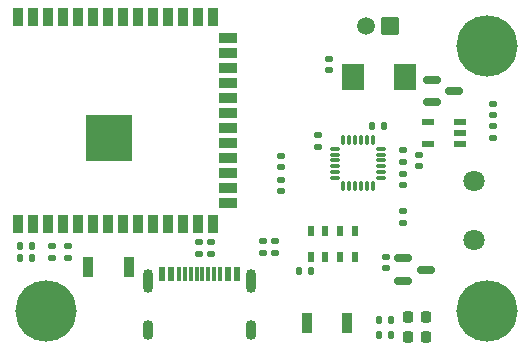
<source format=gbr>
%TF.GenerationSoftware,KiCad,Pcbnew,9.0.5*%
%TF.CreationDate,2025-11-13T14:50:54-05:00*%
%TF.ProjectId,F25,4632352e-6b69-4636-9164-5f7063625858,v1.0.1*%
%TF.SameCoordinates,Original*%
%TF.FileFunction,Soldermask,Top*%
%TF.FilePolarity,Negative*%
%FSLAX46Y46*%
G04 Gerber Fmt 4.6, Leading zero omitted, Abs format (unit mm)*
G04 Created by KiCad (PCBNEW 9.0.5) date 2025-11-13 14:50:54*
%MOMM*%
%LPD*%
G01*
G04 APERTURE LIST*
G04 Aperture macros list*
%AMRoundRect*
0 Rectangle with rounded corners*
0 $1 Rounding radius*
0 $2 $3 $4 $5 $6 $7 $8 $9 X,Y pos of 4 corners*
0 Add a 4 corners polygon primitive as box body*
4,1,4,$2,$3,$4,$5,$6,$7,$8,$9,$2,$3,0*
0 Add four circle primitives for the rounded corners*
1,1,$1+$1,$2,$3*
1,1,$1+$1,$4,$5*
1,1,$1+$1,$6,$7*
1,1,$1+$1,$8,$9*
0 Add four rect primitives between the rounded corners*
20,1,$1+$1,$2,$3,$4,$5,0*
20,1,$1+$1,$4,$5,$6,$7,0*
20,1,$1+$1,$6,$7,$8,$9,0*
20,1,$1+$1,$8,$9,$2,$3,0*%
G04 Aperture macros list end*
%ADD10RoundRect,0.140000X-0.170000X0.140000X-0.170000X-0.140000X0.170000X-0.140000X0.170000X0.140000X0*%
%ADD11RoundRect,0.140000X0.170000X-0.140000X0.170000X0.140000X-0.170000X0.140000X-0.170000X-0.140000X0*%
%ADD12RoundRect,0.140000X0.140000X0.170000X-0.140000X0.170000X-0.140000X-0.170000X0.140000X-0.170000X0*%
%ADD13RoundRect,0.150000X-0.587500X-0.150000X0.587500X-0.150000X0.587500X0.150000X-0.587500X0.150000X0*%
%ADD14RoundRect,0.075000X0.075000X-0.350000X0.075000X0.350000X-0.075000X0.350000X-0.075000X-0.350000X0*%
%ADD15RoundRect,0.075000X0.350000X0.075000X-0.350000X0.075000X-0.350000X-0.075000X0.350000X-0.075000X0*%
%ADD16C,0.600000*%
%ADD17C,5.200000*%
%ADD18R,0.900000X1.500000*%
%ADD19R,1.500000X0.900000*%
%ADD20R,3.900000X3.900000*%
%ADD21RoundRect,0.102000X-0.654000X-0.654000X0.654000X-0.654000X0.654000X0.654000X-0.654000X0.654000X0*%
%ADD22C,1.512000*%
%ADD23RoundRect,0.135000X-0.185000X0.135000X-0.185000X-0.135000X0.185000X-0.135000X0.185000X0.135000X0*%
%ADD24R,0.600000X1.160000*%
%ADD25R,0.300000X1.160000*%
%ADD26O,0.900000X2.000000*%
%ADD27O,0.900000X1.700000*%
%ADD28RoundRect,0.140000X-0.140000X-0.170000X0.140000X-0.170000X0.140000X0.170000X-0.140000X0.170000X0*%
%ADD29RoundRect,0.218750X0.218750X0.256250X-0.218750X0.256250X-0.218750X-0.256250X0.218750X-0.256250X0*%
%ADD30R,1.955800X2.260600*%
%ADD31C,1.800000*%
%ADD32R,0.550000X0.950000*%
%ADD33R,0.900000X1.700000*%
%ADD34R,1.003300X0.508000*%
%ADD35RoundRect,0.135000X0.185000X-0.135000X0.185000X0.135000X-0.185000X0.135000X-0.185000X-0.135000X0*%
G04 APERTURE END LIST*
D10*
%TO.C,R3*%
X159402235Y-98386769D03*
X159402235Y-99346769D03*
%TD*%
D11*
%TO.C,R2*%
X159400000Y-101360000D03*
X159400000Y-100400000D03*
%TD*%
D12*
%TO.C,C9*%
X161900000Y-108150000D03*
X160940000Y-108150000D03*
%TD*%
D13*
%TO.C,Q2*%
X172192500Y-91940000D03*
X172192500Y-93840000D03*
X174067500Y-92890000D03*
%TD*%
D11*
%TO.C,R5*%
X177370000Y-94900000D03*
X177370000Y-93940000D03*
%TD*%
D14*
%TO.C,U2*%
X164650000Y-100950000D03*
X165150000Y-100950000D03*
X165650000Y-100950000D03*
X166150000Y-100950000D03*
X166650000Y-100950000D03*
X167150000Y-100950000D03*
D15*
X167850000Y-100250000D03*
X167850000Y-99750000D03*
X167850000Y-99250000D03*
X167850000Y-98750000D03*
X167850000Y-98250000D03*
X167850000Y-97750000D03*
D14*
X167150000Y-97050000D03*
X166650000Y-97050000D03*
X166150000Y-97050000D03*
X165650000Y-97050000D03*
X165150000Y-97050000D03*
X164650000Y-97050000D03*
D15*
X163950000Y-97750000D03*
X163950000Y-98250000D03*
X163950000Y-98750000D03*
X163950000Y-99250000D03*
X163950000Y-99750000D03*
X163950000Y-100250000D03*
%TD*%
D16*
%TO.C,H3*%
X137500000Y-111500000D03*
X138090000Y-110090000D03*
X138090000Y-112910000D03*
D17*
X139470000Y-111465000D03*
D16*
X139500000Y-109500000D03*
X139500000Y-113500000D03*
X140910000Y-110090000D03*
X140910000Y-112910000D03*
X141500000Y-111500000D03*
%TD*%
D18*
%TO.C,U4*%
X137130000Y-104100000D03*
X138400000Y-104100000D03*
X139670000Y-104100000D03*
X140940000Y-104100000D03*
X142210000Y-104100000D03*
X143480000Y-104100000D03*
X144750000Y-104100000D03*
X146020000Y-104100000D03*
X147290000Y-104100000D03*
X148560000Y-104100000D03*
X149830000Y-104100000D03*
X151100000Y-104100000D03*
X152370000Y-104100000D03*
X153640000Y-104100000D03*
D19*
X154890000Y-102335000D03*
X154890000Y-101065000D03*
X154890000Y-99795000D03*
X154890000Y-98525000D03*
X154890000Y-97255000D03*
X154890000Y-95985000D03*
X154890000Y-94715000D03*
X154890000Y-93445000D03*
X154890000Y-92175000D03*
X154890000Y-90905000D03*
X154890000Y-89635000D03*
X154890000Y-88365000D03*
D18*
X153640000Y-86600000D03*
X152370000Y-86600000D03*
X151100000Y-86600000D03*
X149830000Y-86600000D03*
X148560000Y-86600000D03*
X147290000Y-86600000D03*
X146020000Y-86600000D03*
X144750000Y-86600000D03*
X143480000Y-86600000D03*
X142210000Y-86600000D03*
X140940000Y-86600000D03*
X139670000Y-86600000D03*
X138400000Y-86600000D03*
X137130000Y-86600000D03*
D16*
X144150000Y-98250000D03*
X145550000Y-98250000D03*
X143450000Y-97550000D03*
X144850000Y-97550000D03*
X146250000Y-97550000D03*
X144150000Y-96850000D03*
D20*
X144850000Y-96850000D03*
D16*
X145550000Y-96850000D03*
X143450000Y-96150000D03*
X144850000Y-96150000D03*
X146250000Y-96150000D03*
X144150000Y-95450000D03*
X145550000Y-95450000D03*
%TD*%
D21*
%TO.C,J3*%
X168600000Y-87350000D03*
D22*
X166600000Y-87350000D03*
%TD*%
D23*
%TO.C,R6*%
X158900000Y-105580002D03*
X158900000Y-106600000D03*
%TD*%
D24*
%TO.C,J4*%
X149300000Y-108390000D03*
X150100000Y-108390000D03*
D25*
X151250000Y-108390000D03*
X152250000Y-108390000D03*
X152750000Y-108390000D03*
X153750000Y-108390000D03*
D24*
X154900000Y-108390000D03*
X155700000Y-108390000D03*
X155700000Y-108390000D03*
X154900000Y-108390000D03*
D25*
X154250000Y-108390000D03*
X153250000Y-108390000D03*
X151750000Y-108390000D03*
X150750000Y-108390000D03*
D24*
X150100000Y-108390000D03*
X149300000Y-108390000D03*
D26*
X148180000Y-108970000D03*
D27*
X148180000Y-113140000D03*
D26*
X156820000Y-108970000D03*
D27*
X156820000Y-113140000D03*
%TD*%
D28*
%TO.C,R7*%
X167720000Y-112300000D03*
X168680000Y-112300000D03*
%TD*%
%TO.C,C1*%
X137320000Y-106000000D03*
X138280000Y-106000000D03*
%TD*%
D29*
%TO.C,D1*%
X171687501Y-113700000D03*
X170112499Y-113700000D03*
%TD*%
D11*
%TO.C,C8*%
X177390000Y-96830000D03*
X177390000Y-95870000D03*
%TD*%
D10*
%TO.C,R8*%
X168250000Y-106920000D03*
X168250000Y-107880000D03*
%TD*%
D30*
%TO.C,CR1*%
X169871700Y-91700000D03*
X165528300Y-91700000D03*
%TD*%
D31*
%TO.C,LS1*%
X175700000Y-100500010D03*
X175700000Y-105499989D03*
%TD*%
D32*
%TO.C,U1*%
X161900000Y-106900000D03*
X163150000Y-106900000D03*
X164400000Y-106900000D03*
X165650000Y-106900000D03*
X165650000Y-104750000D03*
X164400000Y-104750000D03*
X163150000Y-104750000D03*
X161900000Y-104750000D03*
%TD*%
D13*
%TO.C,Q1*%
X169762500Y-107050000D03*
X169762500Y-108950000D03*
X171637500Y-108000000D03*
%TD*%
D11*
%TO.C,C7*%
X169719999Y-98850000D03*
X169719999Y-97890000D03*
%TD*%
D28*
%TO.C,R1*%
X167720000Y-113500000D03*
X168680000Y-113500000D03*
%TD*%
D33*
%TO.C,SW1*%
X146500001Y-107800000D03*
X143099999Y-107800000D03*
%TD*%
D16*
%TO.C,H1*%
X174900000Y-89100000D03*
X175490000Y-87690000D03*
X175490000Y-90510000D03*
D17*
X176870000Y-89065000D03*
D16*
X176900000Y-87100000D03*
X176900000Y-91100000D03*
X178310000Y-87690000D03*
X178310000Y-90510000D03*
X178900000Y-89100000D03*
%TD*%
D10*
%TO.C,R11*%
X140000000Y-106020000D03*
X140000000Y-106980000D03*
%TD*%
%TO.C,R9*%
X163500000Y-90140000D03*
X163500000Y-91100000D03*
%TD*%
%TO.C,C3*%
X141400000Y-106020000D03*
X141400000Y-106980000D03*
%TD*%
D34*
%TO.C,U5*%
X174532550Y-97370001D03*
X174532550Y-96420000D03*
X174532550Y-95469999D03*
X171827450Y-95469999D03*
X171827450Y-97370001D03*
%TD*%
D11*
%TO.C,C10*%
X171080000Y-99210000D03*
X171080000Y-98250000D03*
%TD*%
%TO.C,R4*%
X169719999Y-104030000D03*
X169719999Y-103070000D03*
%TD*%
D10*
%TO.C,C4*%
X169719999Y-99890000D03*
X169719999Y-100850000D03*
%TD*%
D35*
%TO.C,R16*%
X153500000Y-106709999D03*
X153500000Y-105690001D03*
%TD*%
D33*
%TO.C,SW2*%
X165000001Y-112500000D03*
X161599999Y-112500000D03*
%TD*%
D28*
%TO.C,C2*%
X137320000Y-107000000D03*
X138280000Y-107000000D03*
%TD*%
D35*
%TO.C,R12*%
X157900000Y-106609999D03*
X157900000Y-105590001D03*
%TD*%
D11*
%TO.C,C6*%
X162500000Y-97580000D03*
X162500000Y-96620000D03*
%TD*%
D29*
%TO.C,D2*%
X171687501Y-112000000D03*
X170112499Y-112000000D03*
%TD*%
D12*
%TO.C,C5*%
X168080000Y-95800000D03*
X167120000Y-95800000D03*
%TD*%
D16*
%TO.C,H2*%
X174900000Y-111500000D03*
X175490000Y-110090000D03*
X175490000Y-112910000D03*
D17*
X176870000Y-111465000D03*
D16*
X176900000Y-109500000D03*
X176900000Y-113500000D03*
X178310000Y-110090000D03*
X178310000Y-112910000D03*
X178900000Y-111500000D03*
%TD*%
D35*
%TO.C,R17*%
X152500000Y-106709999D03*
X152500000Y-105690001D03*
%TD*%
M02*

</source>
